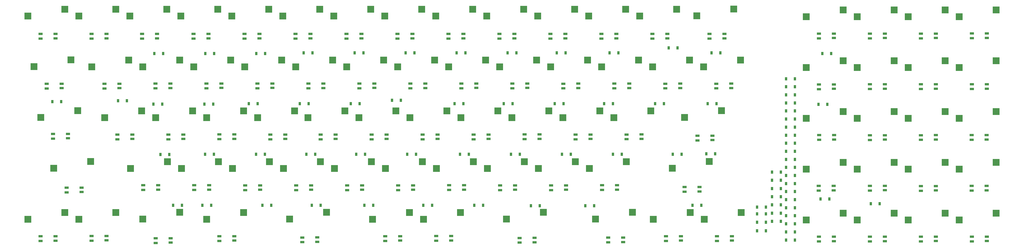
<source format=gbr>
%TF.GenerationSoftware,KiCad,Pcbnew,(5.1.9)-1*%
%TF.CreationDate,2021-05-13T22:29:40-07:00*%
%TF.ProjectId,chgray-keyboard,63686772-6179-42d6-9b65-79626f617264,rev?*%
%TF.SameCoordinates,Original*%
%TF.FileFunction,Paste,Bot*%
%TF.FilePolarity,Positive*%
%FSLAX46Y46*%
G04 Gerber Fmt 4.6, Leading zero omitted, Abs format (unit mm)*
G04 Created by KiCad (PCBNEW (5.1.9)-1) date 2021-05-13 22:29:40*
%MOMM*%
%LPD*%
G01*
G04 APERTURE LIST*
%ADD10R,1.600000X0.850000*%
%ADD11R,2.550000X2.500000*%
%ADD12R,0.900000X1.200000*%
G04 APERTURE END LIST*
D10*
%TO.C,D99*%
X281280000Y-101346000D03*
X281280000Y-99582000D03*
X286868000Y-101219000D03*
X286868000Y-99568000D03*
%TD*%
%TO.C,D94*%
X379324000Y-177354000D03*
X379324000Y-175590000D03*
X384912000Y-177227000D03*
X384912000Y-175576000D03*
%TD*%
%TO.C,D89*%
X360299000Y-177354000D03*
X360299000Y-175590000D03*
X365887000Y-177227000D03*
X365887000Y-175576000D03*
%TD*%
%TO.C,D167*%
X341249000Y-177380000D03*
X341249000Y-175616000D03*
X346837000Y-177253000D03*
X346837000Y-175602000D03*
%TD*%
%TO.C,D163*%
X322199000Y-177380000D03*
X322199000Y-175616000D03*
X327787000Y-177253000D03*
X327787000Y-175602000D03*
%TD*%
%TO.C,D159*%
X284124000Y-177176000D03*
X284124000Y-175412000D03*
X289712000Y-177049000D03*
X289712000Y-175398000D03*
%TD*%
%TO.C,D155*%
X265049000Y-177165000D03*
X265049000Y-175401000D03*
X270637000Y-177038000D03*
X270637000Y-175387000D03*
%TD*%
%TO.C,D151*%
X243459000Y-177735000D03*
X243459000Y-175971000D03*
X249047000Y-177608000D03*
X249047000Y-175957000D03*
%TD*%
%TO.C,D147*%
X210388000Y-177824000D03*
X210388000Y-176060000D03*
X215976000Y-177697000D03*
X215976000Y-176046000D03*
%TD*%
%TO.C,D143*%
X179197000Y-177126000D03*
X179197000Y-175362000D03*
X184785000Y-176999000D03*
X184785000Y-175348000D03*
%TD*%
%TO.C,D139*%
X160172000Y-177165000D03*
X160172000Y-175401000D03*
X165760000Y-177038000D03*
X165760000Y-175387000D03*
%TD*%
%TO.C,D135*%
X129184000Y-177659000D03*
X129184000Y-175895000D03*
X134772000Y-177532000D03*
X134772000Y-175881000D03*
%TD*%
%TO.C,D131*%
X98171000Y-177176000D03*
X98171000Y-175412000D03*
X103759000Y-177049000D03*
X103759000Y-175398000D03*
%TD*%
%TO.C,D127*%
X74422000Y-177927000D03*
X74422000Y-176163000D03*
X80010000Y-177800000D03*
X80010000Y-176149000D03*
%TD*%
%TO.C,D123*%
X50419000Y-177075000D03*
X50419000Y-175311000D03*
X56007000Y-176948000D03*
X56007000Y-175297000D03*
%TD*%
%TO.C,D119*%
X31369000Y-177202000D03*
X31369000Y-175438000D03*
X36957000Y-177075000D03*
X36957000Y-175424000D03*
%TD*%
%TO.C,D115*%
X41148000Y-158977000D03*
X41148000Y-157213000D03*
X46736000Y-158850000D03*
X46736000Y-157199000D03*
%TD*%
%TO.C,D111*%
X69723000Y-158090000D03*
X69723000Y-156326000D03*
X75311000Y-157963000D03*
X75311000Y-156312000D03*
%TD*%
%TO.C,D107*%
X88773000Y-158090000D03*
X88773000Y-156326000D03*
X94361000Y-157963000D03*
X94361000Y-156312000D03*
%TD*%
%TO.C,D103*%
X107823000Y-158115000D03*
X107823000Y-156351000D03*
X113411000Y-157988000D03*
X113411000Y-156337000D03*
%TD*%
%TO.C,D98*%
X126873000Y-158115000D03*
X126873000Y-156351000D03*
X132461000Y-157988000D03*
X132461000Y-156337000D03*
%TD*%
%TO.C,D93*%
X145898000Y-158115000D03*
X145898000Y-156351000D03*
X151486000Y-157988000D03*
X151486000Y-156337000D03*
%TD*%
%TO.C,D88*%
X164973000Y-158115000D03*
X164973000Y-156351000D03*
X170561000Y-157988000D03*
X170561000Y-156337000D03*
%TD*%
%TO.C,D166*%
X184023000Y-158090000D03*
X184023000Y-156326000D03*
X189611000Y-157963000D03*
X189611000Y-156312000D03*
%TD*%
%TO.C,D162*%
X203048000Y-158115000D03*
X203048000Y-156351000D03*
X208636000Y-157988000D03*
X208636000Y-156337000D03*
%TD*%
%TO.C,D158*%
X222123000Y-158115000D03*
X222123000Y-156351000D03*
X227711000Y-157988000D03*
X227711000Y-156337000D03*
%TD*%
%TO.C,D154*%
X241173000Y-158090000D03*
X241173000Y-156326000D03*
X246761000Y-157963000D03*
X246761000Y-156312000D03*
%TD*%
%TO.C,D150*%
X272034000Y-158750000D03*
X272034000Y-156986000D03*
X277622000Y-158623000D03*
X277622000Y-156972000D03*
%TD*%
%TO.C,D146*%
X322148000Y-158330000D03*
X322148000Y-156566000D03*
X327736000Y-158203000D03*
X327736000Y-156552000D03*
%TD*%
%TO.C,D142*%
X341249000Y-158304000D03*
X341249000Y-156540000D03*
X346837000Y-158177000D03*
X346837000Y-156526000D03*
%TD*%
%TO.C,D138*%
X360299000Y-158380000D03*
X360299000Y-156616000D03*
X365887000Y-158253000D03*
X365887000Y-156602000D03*
%TD*%
%TO.C,D134*%
X379298000Y-158330000D03*
X379298000Y-156566000D03*
X384886000Y-158203000D03*
X384886000Y-156552000D03*
%TD*%
%TO.C,D130*%
X379298000Y-139294000D03*
X379298000Y-137530000D03*
X384886000Y-139167000D03*
X384886000Y-137516000D03*
%TD*%
%TO.C,D126*%
X360299000Y-139305000D03*
X360299000Y-137541000D03*
X365887000Y-139178000D03*
X365887000Y-137527000D03*
%TD*%
%TO.C,D122*%
X341274000Y-139330000D03*
X341274000Y-137566000D03*
X346862000Y-139203000D03*
X346862000Y-137552000D03*
%TD*%
%TO.C,D118*%
X322250000Y-139280000D03*
X322250000Y-137516000D03*
X327838000Y-139153000D03*
X327838000Y-137502000D03*
%TD*%
%TO.C,D114*%
X276784000Y-139483000D03*
X276784000Y-137719000D03*
X282372000Y-139356000D03*
X282372000Y-137705000D03*
%TD*%
%TO.C,D110*%
X250317000Y-139051000D03*
X250317000Y-137287000D03*
X255905000Y-138924000D03*
X255905000Y-137273000D03*
%TD*%
%TO.C,D106*%
X231267000Y-139065000D03*
X231267000Y-137301000D03*
X236855000Y-138938000D03*
X236855000Y-137287000D03*
%TD*%
%TO.C,D102*%
X212242000Y-139040000D03*
X212242000Y-137276000D03*
X217830000Y-138913000D03*
X217830000Y-137262000D03*
%TD*%
%TO.C,D97*%
X193142000Y-139090000D03*
X193142000Y-137326000D03*
X198730000Y-138963000D03*
X198730000Y-137312000D03*
%TD*%
%TO.C,D92*%
X174117000Y-139076000D03*
X174117000Y-137312000D03*
X179705000Y-138949000D03*
X179705000Y-137298000D03*
%TD*%
%TO.C,D87*%
X155092000Y-139090000D03*
X155092000Y-137326000D03*
X160680000Y-138963000D03*
X160680000Y-137312000D03*
%TD*%
%TO.C,D165*%
X136042000Y-139065000D03*
X136042000Y-137301000D03*
X141630000Y-138938000D03*
X141630000Y-137287000D03*
%TD*%
%TO.C,D161*%
X117221000Y-139065000D03*
X117221000Y-137301000D03*
X122809000Y-138938000D03*
X122809000Y-137287000D03*
%TD*%
%TO.C,D157*%
X98146000Y-139040000D03*
X98146000Y-137276000D03*
X103734000Y-138913000D03*
X103734000Y-137262000D03*
%TD*%
%TO.C,D153*%
X79121000Y-139065000D03*
X79121000Y-137301000D03*
X84709000Y-138938000D03*
X84709000Y-137287000D03*
%TD*%
%TO.C,D149*%
X60071000Y-139065000D03*
X60071000Y-137301000D03*
X65659000Y-138938000D03*
X65659000Y-137287000D03*
%TD*%
%TO.C,D145*%
X36068000Y-138811000D03*
X36068000Y-137047000D03*
X41656000Y-138684000D03*
X41656000Y-137033000D03*
%TD*%
%TO.C,D141*%
X33655000Y-120015000D03*
X33655000Y-118251000D03*
X39243000Y-119888000D03*
X39243000Y-118237000D03*
%TD*%
%TO.C,D137*%
X55219600Y-120015000D03*
X55219600Y-118251000D03*
X60807600Y-119888000D03*
X60807600Y-118237000D03*
%TD*%
%TO.C,D133*%
X74295000Y-119990000D03*
X74295000Y-118226000D03*
X79883000Y-119863000D03*
X79883000Y-118212000D03*
%TD*%
%TO.C,D129*%
X93345000Y-119939000D03*
X93345000Y-118175000D03*
X98933000Y-119812000D03*
X98933000Y-118161000D03*
%TD*%
%TO.C,D125*%
X112370000Y-119950000D03*
X112370000Y-118186000D03*
X117958000Y-119823000D03*
X117958000Y-118172000D03*
%TD*%
%TO.C,D121*%
X131445000Y-119976000D03*
X131445000Y-118212000D03*
X137033000Y-119849000D03*
X137033000Y-118198000D03*
%TD*%
%TO.C,D117*%
X150495000Y-119964000D03*
X150495000Y-118200000D03*
X156083000Y-119837000D03*
X156083000Y-118186000D03*
%TD*%
%TO.C,D113*%
X169570000Y-119976000D03*
X169570000Y-118212000D03*
X175158000Y-119849000D03*
X175158000Y-118198000D03*
%TD*%
%TO.C,D109*%
X188620000Y-119925000D03*
X188620000Y-118161000D03*
X194208000Y-119798000D03*
X194208000Y-118147000D03*
%TD*%
%TO.C,D105*%
X207645000Y-119950000D03*
X207645000Y-118186000D03*
X213233000Y-119823000D03*
X213233000Y-118172000D03*
%TD*%
%TO.C,D101*%
X226695000Y-120001000D03*
X226695000Y-118237000D03*
X232283000Y-119874000D03*
X232283000Y-118223000D03*
%TD*%
%TO.C,D96*%
X245745000Y-119976000D03*
X245745000Y-118212000D03*
X251333000Y-119849000D03*
X251333000Y-118198000D03*
%TD*%
%TO.C,D91*%
X264795000Y-120001000D03*
X264795000Y-118237000D03*
X270383000Y-119874000D03*
X270383000Y-118223000D03*
%TD*%
%TO.C,D86*%
X283845000Y-120001000D03*
X283845000Y-118237000D03*
X289433000Y-119874000D03*
X289433000Y-118223000D03*
%TD*%
%TO.C,D168*%
X322199000Y-120269000D03*
X322199000Y-118505000D03*
X327787000Y-120142000D03*
X327787000Y-118491000D03*
%TD*%
%TO.C,D164*%
X341274000Y-120244000D03*
X341274000Y-118480000D03*
X346862000Y-120117000D03*
X346862000Y-118466000D03*
%TD*%
%TO.C,D160*%
X360324000Y-120244000D03*
X360324000Y-118480000D03*
X365912000Y-120117000D03*
X365912000Y-118466000D03*
%TD*%
%TO.C,D156*%
X379374000Y-120244000D03*
X379374000Y-118480000D03*
X384962000Y-120117000D03*
X384962000Y-118466000D03*
%TD*%
%TO.C,D152*%
X379374000Y-101194000D03*
X379374000Y-99430000D03*
X384962000Y-101067000D03*
X384962000Y-99416000D03*
%TD*%
%TO.C,D148*%
X360274000Y-101244000D03*
X360274000Y-99480000D03*
X365862000Y-101117000D03*
X365862000Y-99466000D03*
%TD*%
%TO.C,D144*%
X341249000Y-101219000D03*
X341249000Y-99455000D03*
X346837000Y-101092000D03*
X346837000Y-99441000D03*
%TD*%
%TO.C,D140*%
X322174000Y-101219000D03*
X322174000Y-99455000D03*
X327762000Y-101092000D03*
X327762000Y-99441000D03*
%TD*%
%TO.C,D136*%
X259969000Y-101346000D03*
X259969000Y-99582000D03*
X265557000Y-101219000D03*
X265557000Y-99568000D03*
%TD*%
%TO.C,D132*%
X240894000Y-101346000D03*
X240894000Y-99582000D03*
X246482000Y-101219000D03*
X246482000Y-99568000D03*
%TD*%
%TO.C,D128*%
X221869000Y-101346000D03*
X221869000Y-99582000D03*
X227457000Y-101219000D03*
X227457000Y-99568000D03*
%TD*%
%TO.C,D124*%
X202794000Y-101346000D03*
X202794000Y-99582000D03*
X208382000Y-101219000D03*
X208382000Y-99568000D03*
%TD*%
%TO.C,D120*%
X183769000Y-101346000D03*
X183769000Y-99582000D03*
X189357000Y-101219000D03*
X189357000Y-99568000D03*
%TD*%
%TO.C,D116*%
X164719000Y-101346000D03*
X164719000Y-99582000D03*
X170307000Y-101219000D03*
X170307000Y-99568000D03*
%TD*%
%TO.C,D112*%
X145669000Y-101346000D03*
X145669000Y-99582000D03*
X151257000Y-101219000D03*
X151257000Y-99568000D03*
%TD*%
%TO.C,D108*%
X126619000Y-101346000D03*
X126619000Y-99582000D03*
X132207000Y-101219000D03*
X132207000Y-99568000D03*
%TD*%
%TO.C,D104*%
X107569000Y-101346000D03*
X107569000Y-99582000D03*
X113157000Y-101219000D03*
X113157000Y-99568000D03*
%TD*%
%TO.C,D100*%
X88544400Y-101346000D03*
X88544400Y-99582000D03*
X94132400Y-101219000D03*
X94132400Y-99568000D03*
%TD*%
%TO.C,D95*%
X69342000Y-101346000D03*
X69342000Y-99582000D03*
X74930000Y-101219000D03*
X74930000Y-99568000D03*
%TD*%
%TO.C,D90*%
X50393600Y-101346000D03*
X50393600Y-99582000D03*
X55981600Y-101219000D03*
X55981600Y-99568000D03*
%TD*%
%TO.C,D85*%
X31369000Y-101346000D03*
X31369000Y-99582000D03*
X36957000Y-101219000D03*
X36957000Y-99568000D03*
%TD*%
D11*
%TO.C,SW52*%
X260283000Y-169037000D03*
X274133000Y-166497000D03*
%TD*%
%TO.C,LEFT-SHIFT1*%
X36265000Y-149977000D03*
X50115000Y-147437000D03*
%TD*%
%TO.C,SW44*%
X238703000Y-169027000D03*
X252553000Y-166487000D03*
%TD*%
%TO.C,ENTER1*%
X285827000Y-128387000D03*
X271977000Y-130927000D03*
%TD*%
%TO.C,S1*%
X336483000Y-93091000D03*
X350333000Y-90551000D03*
%TD*%
%TO.C,S2*%
X374583000Y-150241000D03*
X388433000Y-147701000D03*
%TD*%
%TO.C,SW73*%
X317433000Y-169291000D03*
X331283000Y-166751000D03*
%TD*%
%TO.C,SW72*%
X336483000Y-169291000D03*
X350333000Y-166751000D03*
%TD*%
%TO.C,SW71*%
X355533000Y-169291000D03*
X369383000Y-166751000D03*
%TD*%
%TO.C,SW70*%
X355533000Y-93091000D03*
X369383000Y-90551000D03*
%TD*%
%TO.C,SW69*%
X374583000Y-93091000D03*
X388433000Y-90551000D03*
%TD*%
%TO.C,SW68*%
X355533000Y-150241000D03*
X369383000Y-147701000D03*
%TD*%
%TO.C,SW67*%
X355533000Y-112141000D03*
X369383000Y-109601000D03*
%TD*%
%TO.C,SW66*%
X374583000Y-169291000D03*
X388433000Y-166751000D03*
%TD*%
%TO.C,SW65*%
X317433000Y-93091000D03*
X331283000Y-90551000D03*
%TD*%
%TO.C,SW64*%
X336483000Y-150241000D03*
X350333000Y-147701000D03*
%TD*%
D12*
%TO.C,D84*%
X344931000Y-163195000D03*
X341631000Y-163195000D03*
%TD*%
%TO.C,D83*%
X39115000Y-124968000D03*
X35815000Y-124968000D03*
%TD*%
%TO.C,D82*%
X63626000Y-124587000D03*
X60326000Y-124587000D03*
%TD*%
%TO.C,D81*%
X313261000Y-173801000D03*
X309961000Y-173801000D03*
%TD*%
%TO.C,D80*%
X313261000Y-116383000D03*
X309961000Y-116383000D03*
%TD*%
%TO.C,D79*%
X313261000Y-158691000D03*
X309961000Y-158691000D03*
%TD*%
%TO.C,D78*%
X313261000Y-119405000D03*
X309961000Y-119405000D03*
%TD*%
%TO.C,D77*%
X326135000Y-161417000D03*
X322835000Y-161417000D03*
%TD*%
%TO.C,D76*%
X313261000Y-176823000D03*
X309961000Y-176823000D03*
%TD*%
%TO.C,D75*%
X313261000Y-122427000D03*
X309961000Y-122427000D03*
%TD*%
%TO.C,D74*%
X313261000Y-125449000D03*
X309961000Y-125449000D03*
%TD*%
%TO.C,D73*%
X302385000Y-170180000D03*
X299085000Y-170180000D03*
%TD*%
D11*
%TO.C,RIGHT-SPACE1*%
X205429000Y-169027000D03*
X219279000Y-166487000D03*
%TD*%
%TO.C,LEFT-SPACE1*%
X124403000Y-169027000D03*
X138253000Y-166487000D03*
%TD*%
%TO.C,RIGHT-SHIFT1*%
X267405000Y-149977000D03*
X281255000Y-147437000D03*
%TD*%
%TO.C,Backspace1*%
X276549000Y-92827000D03*
X290399000Y-90287000D03*
%TD*%
%TO.C,CAPS1*%
X31439000Y-130927000D03*
X45289000Y-128387000D03*
%TD*%
%TO.C,TAB1*%
X28899000Y-111877000D03*
X42749000Y-109337000D03*
%TD*%
%TO.C,WinKey1*%
X69539000Y-169027000D03*
X83389000Y-166487000D03*
%TD*%
%TO.C,SW60*%
X317433000Y-131191000D03*
X331283000Y-128651000D03*
%TD*%
%TO.C,SW63*%
X317433000Y-112141000D03*
X331283000Y-109601000D03*
%TD*%
%TO.C,SW62*%
X336483000Y-112141000D03*
X350333000Y-109601000D03*
%TD*%
%TO.C,SW61*%
X279333000Y-169037000D03*
X293183000Y-166497000D03*
%TD*%
%TO.C,SW59*%
X279079000Y-111887000D03*
X292929000Y-109347000D03*
%TD*%
%TO.C,SW58*%
X245551000Y-130937000D03*
X259401000Y-128397000D03*
%TD*%
%TO.C,SW57*%
X226501000Y-130937000D03*
X240351000Y-128397000D03*
%TD*%
%TO.C,SW56*%
X355533000Y-131191000D03*
X369383000Y-128651000D03*
%TD*%
%TO.C,SW55*%
X260029000Y-111887000D03*
X273879000Y-109347000D03*
%TD*%
%TO.C,SW54*%
X336483000Y-131191000D03*
X350333000Y-128651000D03*
%TD*%
%TO.C,SW53*%
X217103000Y-92837000D03*
X230953000Y-90297000D03*
%TD*%
%TO.C,SW51*%
X198307000Y-149987000D03*
X212157000Y-147447000D03*
%TD*%
%TO.C,SW50*%
X207451000Y-130937000D03*
X221301000Y-128397000D03*
%TD*%
%TO.C,SW49*%
X202879000Y-111887000D03*
X216729000Y-109347000D03*
%TD*%
%TO.C,SW48*%
X198053000Y-92837000D03*
X211903000Y-90297000D03*
%TD*%
%TO.C,SW47*%
X183829000Y-111887000D03*
X197679000Y-109347000D03*
%TD*%
%TO.C,SW46*%
X179003000Y-92837000D03*
X192853000Y-90297000D03*
%TD*%
%TO.C,SW45*%
X255203000Y-92837000D03*
X269053000Y-90297000D03*
%TD*%
%TO.C,SW43*%
X179257000Y-149987000D03*
X193107000Y-147447000D03*
%TD*%
%TO.C,SW42*%
X188401000Y-130937000D03*
X202251000Y-128397000D03*
%TD*%
%TO.C,SW41*%
X236153000Y-92837000D03*
X250003000Y-90297000D03*
%TD*%
%TO.C,SW40*%
X160207000Y-149987000D03*
X174057000Y-147447000D03*
%TD*%
%TO.C,SW39*%
X169351000Y-130937000D03*
X183201000Y-128397000D03*
%TD*%
%TO.C,SW38*%
X164779000Y-111887000D03*
X178629000Y-109347000D03*
%TD*%
%TO.C,SW37*%
X159953000Y-92837000D03*
X173803000Y-90297000D03*
%TD*%
%TO.C,SW36*%
X145729000Y-111887000D03*
X159579000Y-109347000D03*
%TD*%
%TO.C,SW35*%
X140903000Y-92837000D03*
X154753000Y-90297000D03*
%TD*%
%TO.C,SW34*%
X236407000Y-149987000D03*
X250257000Y-147447000D03*
%TD*%
%TO.C,SW33*%
X174431000Y-169037000D03*
X188281000Y-166497000D03*
%TD*%
%TO.C,SW32*%
X141157000Y-149987000D03*
X155007000Y-147447000D03*
%TD*%
%TO.C,SW31*%
X150301000Y-130937000D03*
X164151000Y-128397000D03*
%TD*%
%TO.C,SW30*%
X155381000Y-169037000D03*
X169231000Y-166497000D03*
%TD*%
%TO.C,SW29*%
X122107000Y-149987000D03*
X135957000Y-147447000D03*
%TD*%
%TO.C,SW28*%
X131251000Y-130937000D03*
X145101000Y-128397000D03*
%TD*%
%TO.C,SW27*%
X126679000Y-111887000D03*
X140529000Y-109347000D03*
%TD*%
%TO.C,SW26*%
X121853000Y-92837000D03*
X135703000Y-90297000D03*
%TD*%
%TO.C,SW25*%
X107629000Y-111887000D03*
X121479000Y-109347000D03*
%TD*%
%TO.C,SW24*%
X102803000Y-92837000D03*
X116653000Y-90297000D03*
%TD*%
%TO.C,SW23*%
X240979000Y-111887000D03*
X254829000Y-109347000D03*
%TD*%
%TO.C,SW22*%
X103057000Y-149987000D03*
X116907000Y-147447000D03*
%TD*%
%TO.C,SW21*%
X112455000Y-130937000D03*
X126305000Y-128397000D03*
%TD*%
%TO.C,SW20*%
X221929000Y-111887000D03*
X235779000Y-109347000D03*
%TD*%
%TO.C,SW19*%
X93405000Y-169037000D03*
X107255000Y-166497000D03*
%TD*%
%TO.C,SW18*%
X84007000Y-149987000D03*
X97857000Y-147447000D03*
%TD*%
%TO.C,SW17*%
X93405000Y-130937000D03*
X107255000Y-128397000D03*
%TD*%
%TO.C,SW16*%
X88579000Y-111887000D03*
X102429000Y-109347000D03*
%TD*%
%TO.C,SW15*%
X83753000Y-92837000D03*
X97603000Y-90297000D03*
%TD*%
%TO.C,SW14*%
X69529000Y-111887000D03*
X83379000Y-109347000D03*
%TD*%
%TO.C,SW13*%
X64703000Y-92837000D03*
X78553000Y-90297000D03*
%TD*%
%TO.C,SW12*%
X374583000Y-131191000D03*
X388433000Y-128651000D03*
%TD*%
%TO.C,SW11*%
X64957000Y-149987000D03*
X78807000Y-147447000D03*
%TD*%
%TO.C,SW10*%
X74355000Y-130937000D03*
X88205000Y-128397000D03*
%TD*%
%TO.C,SW9*%
X317433000Y-150241000D03*
X331283000Y-147701000D03*
%TD*%
%TO.C,SW8*%
X45653000Y-169037000D03*
X59503000Y-166497000D03*
%TD*%
%TO.C,SW7*%
X55305000Y-130937000D03*
X69155000Y-128397000D03*
%TD*%
%TO.C,SW6*%
X50479000Y-111887000D03*
X64329000Y-109347000D03*
%TD*%
%TO.C,SW5*%
X45653000Y-92837000D03*
X59503000Y-90297000D03*
%TD*%
%TO.C,SW4*%
X26603000Y-92837000D03*
X40453000Y-90297000D03*
%TD*%
%TO.C,SW3*%
X217357000Y-149987000D03*
X231207000Y-147447000D03*
%TD*%
%TO.C,SW2*%
X26603000Y-169037000D03*
X40453000Y-166497000D03*
%TD*%
%TO.C,SW1*%
X374583000Y-112141000D03*
X388433000Y-109601000D03*
%TD*%
D12*
%TO.C,D72*%
X313261000Y-152647000D03*
X309961000Y-152647000D03*
%TD*%
%TO.C,D71*%
X313261000Y-170779000D03*
X309961000Y-170779000D03*
%TD*%
%TO.C,D70*%
X313261000Y-134515000D03*
X309961000Y-134515000D03*
%TD*%
%TO.C,D69*%
X313261000Y-167757000D03*
X309961000Y-167757000D03*
%TD*%
%TO.C,D68*%
X313261000Y-143581000D03*
X309961000Y-143581000D03*
%TD*%
%TO.C,D67*%
X313261000Y-161713000D03*
X309961000Y-161713000D03*
%TD*%
%TO.C,D66*%
X313261000Y-140559000D03*
X309961000Y-140559000D03*
%TD*%
%TO.C,D65*%
X313261000Y-155669000D03*
X309961000Y-155669000D03*
%TD*%
%TO.C,D64*%
X313261000Y-149625000D03*
X309961000Y-149625000D03*
%TD*%
%TO.C,D63*%
X313261000Y-164735000D03*
X309961000Y-164735000D03*
%TD*%
%TO.C,D62*%
X313261000Y-128471000D03*
X309961000Y-128471000D03*
%TD*%
%TO.C,D61*%
X269366000Y-104775000D03*
X266066000Y-104775000D03*
%TD*%
%TO.C,D60*%
X326770000Y-106934000D03*
X323470000Y-106934000D03*
%TD*%
%TO.C,D59*%
X302385000Y-167005000D03*
X299085000Y-167005000D03*
%TD*%
%TO.C,D58*%
X278257000Y-163830000D03*
X274957000Y-163830000D03*
%TD*%
%TO.C,D57*%
X248538000Y-144653000D03*
X245238000Y-144653000D03*
%TD*%
%TO.C,D56*%
X245236000Y-125730000D03*
X241936000Y-125730000D03*
%TD*%
%TO.C,D55*%
X247268000Y-106680000D03*
X243968000Y-106680000D03*
%TD*%
%TO.C,D54*%
X226821000Y-125730000D03*
X223521000Y-125730000D03*
%TD*%
%TO.C,D53*%
X227583000Y-106680000D03*
X224283000Y-106680000D03*
%TD*%
%TO.C,D52*%
X313261000Y-137537000D03*
X309961000Y-137537000D03*
%TD*%
%TO.C,D51*%
X302385000Y-173355000D03*
X299085000Y-173355000D03*
%TD*%
%TO.C,D50*%
X238251000Y-163957000D03*
X234951000Y-163957000D03*
%TD*%
%TO.C,D49*%
X229488000Y-144653000D03*
X226188000Y-144653000D03*
%TD*%
%TO.C,D48*%
X285368000Y-106680000D03*
X282068000Y-106680000D03*
%TD*%
%TO.C,D47*%
X302385000Y-164465000D03*
X299085000Y-164465000D03*
%TD*%
%TO.C,D46*%
X217931000Y-163957000D03*
X214631000Y-163957000D03*
%TD*%
%TO.C,D45*%
X210438000Y-144653000D03*
X207138000Y-144653000D03*
%TD*%
%TO.C,D44*%
X207771000Y-125730000D03*
X204471000Y-125730000D03*
%TD*%
%TO.C,D43*%
X209168000Y-106680000D03*
X205868000Y-106680000D03*
%TD*%
%TO.C,D42*%
X189356000Y-125730000D03*
X186056000Y-125730000D03*
%TD*%
%TO.C,D41*%
X190118000Y-106680000D03*
X186818000Y-106680000D03*
%TD*%
%TO.C,D40*%
X325373000Y-125984000D03*
X322073000Y-125984000D03*
%TD*%
%TO.C,D39*%
X308016000Y-169841000D03*
X304716000Y-169841000D03*
%TD*%
%TO.C,D38*%
X196722000Y-163830000D03*
X193422000Y-163830000D03*
%TD*%
%TO.C,D37*%
X191388000Y-144653000D03*
X188088000Y-144653000D03*
%TD*%
%TO.C,D36*%
X313261000Y-131493000D03*
X309961000Y-131493000D03*
%TD*%
%TO.C,D35*%
X308016000Y-166765000D03*
X304716000Y-166765000D03*
%TD*%
%TO.C,D34*%
X177672000Y-163830000D03*
X174372000Y-163830000D03*
%TD*%
%TO.C,D33*%
X283971000Y-125730000D03*
X280671000Y-125730000D03*
%TD*%
%TO.C,D32*%
X165988000Y-124460000D03*
X162688000Y-124460000D03*
%TD*%
%TO.C,D31*%
X171068000Y-106680000D03*
X167768000Y-106680000D03*
%TD*%
%TO.C,D30*%
X150621000Y-125730000D03*
X147321000Y-125730000D03*
%TD*%
%TO.C,D29*%
X152018000Y-106680000D03*
X148718000Y-106680000D03*
%TD*%
%TO.C,D28*%
X171703000Y-144653000D03*
X168403000Y-144653000D03*
%TD*%
%TO.C,D27*%
X308016000Y-157536000D03*
X304716000Y-157536000D03*
%TD*%
%TO.C,D26*%
X155701000Y-163830000D03*
X152401000Y-163830000D03*
%TD*%
%TO.C,D25*%
X152653000Y-144653000D03*
X149353000Y-144653000D03*
%TD*%
%TO.C,D24*%
X264286000Y-125730000D03*
X260986000Y-125730000D03*
%TD*%
%TO.C,D23*%
X308016000Y-154460000D03*
X304716000Y-154460000D03*
%TD*%
%TO.C,D22*%
X136016000Y-163830000D03*
X132716000Y-163830000D03*
%TD*%
%TO.C,D21*%
X133983000Y-144653000D03*
X130683000Y-144653000D03*
%TD*%
%TO.C,D20*%
X131571000Y-125730000D03*
X128271000Y-125730000D03*
%TD*%
%TO.C,D19*%
X132968000Y-106680000D03*
X129668000Y-106680000D03*
%TD*%
%TO.C,D18*%
X112521000Y-125730000D03*
X109221000Y-125730000D03*
%TD*%
%TO.C,D17*%
X115315000Y-106934000D03*
X112015000Y-106934000D03*
%TD*%
%TO.C,D16*%
X313261000Y-146603000D03*
X309961000Y-146603000D03*
%TD*%
%TO.C,D15*%
X308016000Y-151384000D03*
X304716000Y-151384000D03*
%TD*%
%TO.C,D14*%
X117601000Y-163830000D03*
X114301000Y-163830000D03*
%TD*%
%TO.C,D13*%
X115188000Y-144653000D03*
X111888000Y-144653000D03*
%TD*%
%TO.C,D12*%
X283462000Y-144526000D03*
X280162000Y-144526000D03*
%TD*%
%TO.C,D11*%
X308016000Y-163689000D03*
X304716000Y-163689000D03*
%TD*%
%TO.C,D10*%
X95121000Y-163830000D03*
X91821000Y-163830000D03*
%TD*%
%TO.C,D9*%
X96138000Y-144653000D03*
X92838000Y-144653000D03*
%TD*%
%TO.C,D8*%
X95884000Y-125857000D03*
X92584000Y-125857000D03*
%TD*%
%TO.C,D7*%
X96265000Y-106934000D03*
X92965000Y-106934000D03*
%TD*%
%TO.C,D6*%
X76834000Y-125857000D03*
X73534000Y-125857000D03*
%TD*%
%TO.C,D5*%
X77215000Y-106934000D03*
X73915000Y-106934000D03*
%TD*%
%TO.C,D4*%
X270889000Y-144653000D03*
X267589000Y-144653000D03*
%TD*%
%TO.C,D3*%
X308016000Y-160613000D03*
X304716000Y-160613000D03*
%TD*%
%TO.C,D2*%
X84201000Y-163830000D03*
X80901000Y-163830000D03*
%TD*%
%TO.C,D1*%
X79501000Y-144780000D03*
X76201000Y-144780000D03*
%TD*%
M02*

</source>
